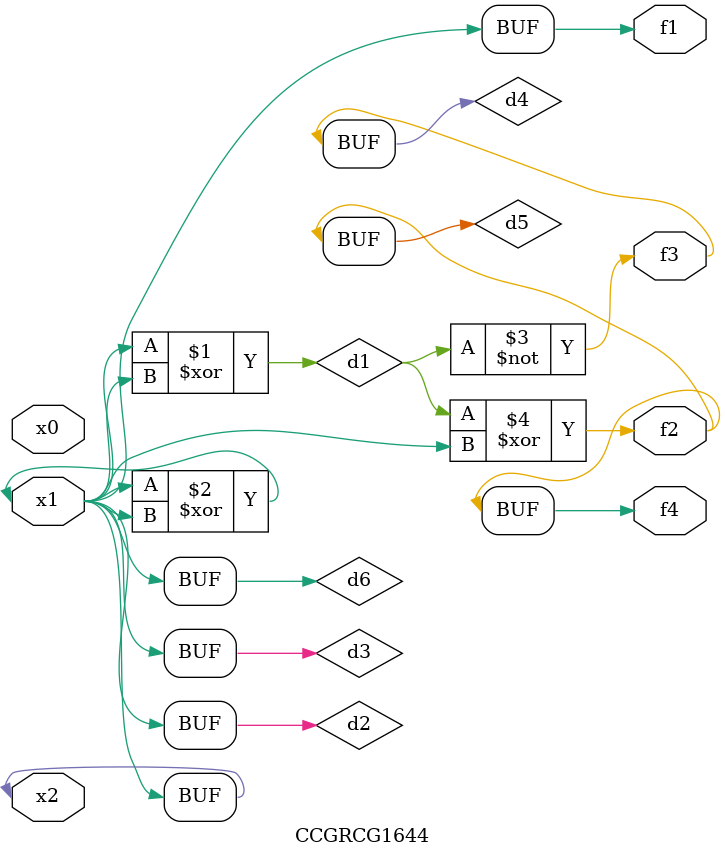
<source format=v>
module CCGRCG1644(
	input x0, x1, x2,
	output f1, f2, f3, f4
);

	wire d1, d2, d3, d4, d5, d6;

	xor (d1, x1, x2);
	buf (d2, x1, x2);
	xor (d3, x1, x2);
	nor (d4, d1);
	xor (d5, d1, d2);
	buf (d6, d2, d3);
	assign f1 = d6;
	assign f2 = d5;
	assign f3 = d4;
	assign f4 = d5;
endmodule

</source>
